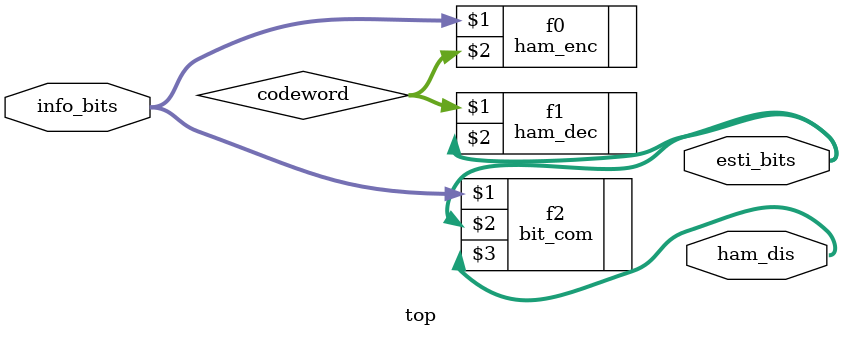
<source format=v>
`timescale 1ns/100ps
module top(info_bits, esti_bits, ham_dis);
input [11:0]info_bits;
output [11:0]esti_bits;
output [3:0]ham_dis;

//ham_enc, ham_dec, bit_com Instantiation
wire [16:0]codeword;


ham_enc f0(info_bits,codeword);
ham_dec f1(codeword,esti_bits);
bit_com f2(info_bits,esti_bits,ham_dis);



endmodule

</source>
